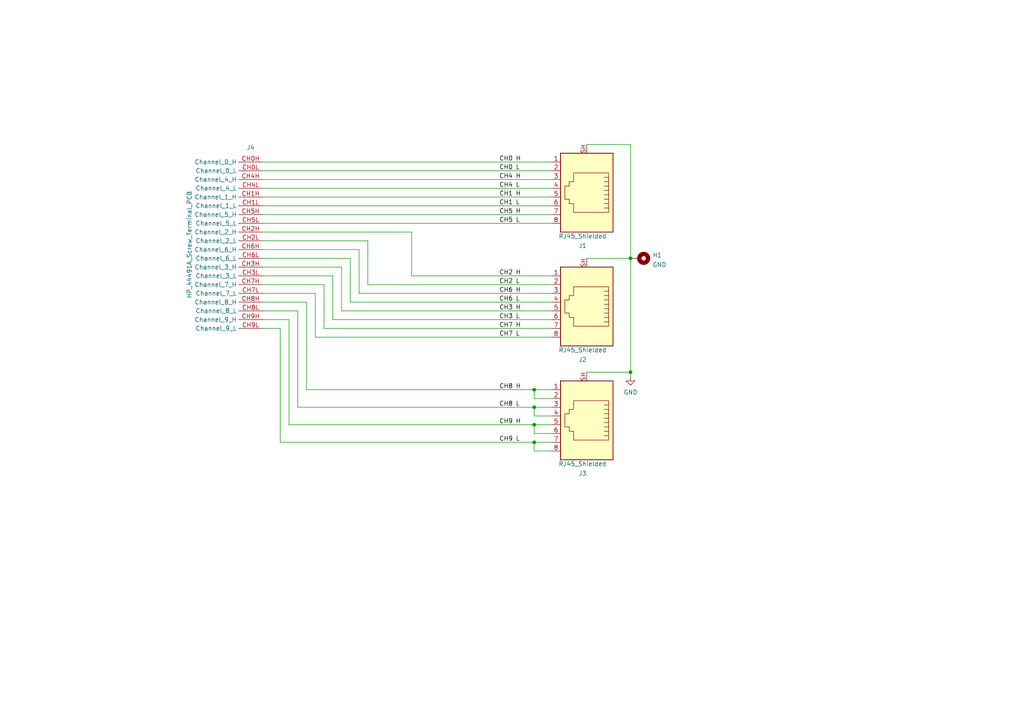
<source format=kicad_sch>
(kicad_sch (version 20210621) (generator eeschema)

  (uuid d0235c09-823b-40df-8b5b-ae578beef984)

  (paper "A4")

  (lib_symbols
    (symbol "Connector:RJ45_Shielded" (pin_names (offset 1.016)) (in_bom yes) (on_board yes)
      (property "Reference" "J" (id 0) (at -5.08 13.97 0)
        (effects (font (size 1.27 1.27)) (justify right))
      )
      (property "Value" "RJ45_Shielded" (id 1) (at 2.54 13.97 0)
        (effects (font (size 1.27 1.27)) (justify left))
      )
      (property "Footprint" "" (id 2) (at 0 0.635 90)
        (effects (font (size 1.27 1.27)) hide)
      )
      (property "Datasheet" "~" (id 3) (at 0 0.635 90)
        (effects (font (size 1.27 1.27)) hide)
      )
      (property "ki_keywords" "8P8C RJ female connector" (id 4) (at 0 0 0)
        (effects (font (size 1.27 1.27)) hide)
      )
      (property "ki_description" "RJ connector, 8P8C (8 positions 8 connected), Shielded" (id 5) (at 0 0 0)
        (effects (font (size 1.27 1.27)) hide)
      )
      (property "ki_fp_filters" "8P8C* RJ31* RJ32* RJ33* RJ34* RJ35* RJ41* RJ45* RJ49* RJ61*" (id 6) (at 0 0 0)
        (effects (font (size 1.27 1.27)) hide)
      )
      (symbol "RJ45_Shielded_0_1"
        (polyline
          (pts
            (xy -5.08 4.445)
            (xy -6.35 4.445)
          )
          (stroke (width 0) (type default) (color 0 0 0 0))
          (fill (type none))
        )
        (polyline
          (pts
            (xy -5.08 5.715)
            (xy -6.35 5.715)
          )
          (stroke (width 0) (type default) (color 0 0 0 0))
          (fill (type none))
        )
        (polyline
          (pts
            (xy -6.35 -3.175)
            (xy -5.08 -3.175)
            (xy -5.08 -3.175)
          )
          (stroke (width 0) (type default) (color 0 0 0 0))
          (fill (type none))
        )
        (polyline
          (pts
            (xy -6.35 -1.905)
            (xy -5.08 -1.905)
            (xy -5.08 -1.905)
          )
          (stroke (width 0) (type default) (color 0 0 0 0))
          (fill (type none))
        )
        (polyline
          (pts
            (xy -6.35 -0.635)
            (xy -5.08 -0.635)
            (xy -5.08 -0.635)
          )
          (stroke (width 0) (type default) (color 0 0 0 0))
          (fill (type none))
        )
        (polyline
          (pts
            (xy -6.35 0.635)
            (xy -5.08 0.635)
            (xy -5.08 0.635)
          )
          (stroke (width 0) (type default) (color 0 0 0 0))
          (fill (type none))
        )
        (polyline
          (pts
            (xy -6.35 1.905)
            (xy -5.08 1.905)
            (xy -5.08 1.905)
          )
          (stroke (width 0) (type default) (color 0 0 0 0))
          (fill (type none))
        )
        (polyline
          (pts
            (xy -5.08 3.175)
            (xy -6.35 3.175)
            (xy -6.35 3.175)
          )
          (stroke (width 0) (type default) (color 0 0 0 0))
          (fill (type none))
        )
        (polyline
          (pts
            (xy -6.35 -4.445)
            (xy -6.35 6.985)
            (xy 3.81 6.985)
            (xy 3.81 4.445)
            (xy 5.08 4.445)
            (xy 5.08 3.175)
            (xy 6.35 3.175)
            (xy 6.35 -0.635)
            (xy 5.08 -0.635)
            (xy 5.08 -1.905)
            (xy 3.81 -1.905)
            (xy 3.81 -4.445)
            (xy -6.35 -4.445)
            (xy -6.35 -4.445)
          )
          (stroke (width 0) (type default) (color 0 0 0 0))
          (fill (type none))
        )
        (rectangle (start 7.62 12.7) (end -7.62 -10.16)
          (stroke (width 0.254) (type default) (color 0 0 0 0))
          (fill (type background))
        )
      )
      (symbol "RJ45_Shielded_1_1"
        (pin passive line (at 10.16 -7.62 180) (length 2.54)
          (name "~" (effects (font (size 1.27 1.27))))
          (number "1" (effects (font (size 1.27 1.27))))
        )
        (pin passive line (at 10.16 -5.08 180) (length 2.54)
          (name "~" (effects (font (size 1.27 1.27))))
          (number "2" (effects (font (size 1.27 1.27))))
        )
        (pin passive line (at 10.16 -2.54 180) (length 2.54)
          (name "~" (effects (font (size 1.27 1.27))))
          (number "3" (effects (font (size 1.27 1.27))))
        )
        (pin passive line (at 10.16 0 180) (length 2.54)
          (name "~" (effects (font (size 1.27 1.27))))
          (number "4" (effects (font (size 1.27 1.27))))
        )
        (pin passive line (at 10.16 2.54 180) (length 2.54)
          (name "~" (effects (font (size 1.27 1.27))))
          (number "5" (effects (font (size 1.27 1.27))))
        )
        (pin passive line (at 10.16 5.08 180) (length 2.54)
          (name "~" (effects (font (size 1.27 1.27))))
          (number "6" (effects (font (size 1.27 1.27))))
        )
        (pin passive line (at 10.16 7.62 180) (length 2.54)
          (name "~" (effects (font (size 1.27 1.27))))
          (number "7" (effects (font (size 1.27 1.27))))
        )
        (pin passive line (at 10.16 10.16 180) (length 2.54)
          (name "~" (effects (font (size 1.27 1.27))))
          (number "8" (effects (font (size 1.27 1.27))))
        )
        (pin passive line (at 0 -12.7 90) (length 2.54)
          (name "~" (effects (font (size 1.27 1.27))))
          (number "SH" (effects (font (size 1.27 1.27))))
        )
      )
    )
    (symbol "David:HP_44491A_Screw_Terminal_PCB" (in_bom no) (on_board yes)
      (property "Reference" "J" (id 0) (at 0 0 90)
        (effects (font (size 1.27 1.27)))
      )
      (property "Value" "HP_44491A_Screw_Terminal_PCB" (id 1) (at -5.08 0 90)
        (effects (font (size 1.27 1.27)))
      )
      (property "Footprint" "David:44491A_screw_terminal_PCB" (id 2) (at -2.54 0 90)
        (effects (font (size 1.27 1.27)) hide)
      )
      (property "Datasheet" "" (id 3) (at 0 0 0)
        (effects (font (size 1.27 1.27)) hide)
      )
      (symbol "HP_44491A_Screw_Terminal_PCB_1_1"
        (pin input line (at 20.32 24.13 180) (length 7)
          (name "Channel_0_H" (effects (font (size 1.27 1.27))))
          (number "CH0H" (effects (font (size 1.27 1.27))))
        )
        (pin input line (at 20.32 21.59 180) (length 7)
          (name "Channel_0_L" (effects (font (size 1.27 1.27))))
          (number "CH0L" (effects (font (size 1.27 1.27))))
        )
        (pin input line (at 20.32 13.97 180) (length 7)
          (name "Channel_1_H" (effects (font (size 1.27 1.27))))
          (number "CH1H" (effects (font (size 1.27 1.27))))
        )
        (pin input line (at 20.32 11.43 180) (length 7)
          (name "Channel_1_L" (effects (font (size 1.27 1.27))))
          (number "CH1L" (effects (font (size 1.27 1.27))))
        )
        (pin input line (at 20.32 3.81 180) (length 7)
          (name "Channel_2_H" (effects (font (size 1.27 1.27))))
          (number "CH2H" (effects (font (size 1.27 1.27))))
        )
        (pin input line (at 20.32 1.27 180) (length 7)
          (name "Channel_2_L" (effects (font (size 1.27 1.27))))
          (number "CH2L" (effects (font (size 1.27 1.27))))
        )
        (pin input line (at 20.32 -6.35 180) (length 7)
          (name "Channel_3_H" (effects (font (size 1.27 1.27))))
          (number "CH3H" (effects (font (size 1.27 1.27))))
        )
        (pin input line (at 20.32 -8.89 180) (length 7)
          (name "Channel_3_L" (effects (font (size 1.27 1.27))))
          (number "CH3L" (effects (font (size 1.27 1.27))))
        )
        (pin input line (at 20.32 19.05 180) (length 7)
          (name "Channel_4_H" (effects (font (size 1.27 1.27))))
          (number "CH4H" (effects (font (size 1.27 1.27))))
        )
        (pin input line (at 20.32 16.51 180) (length 7)
          (name "Channel_4_L" (effects (font (size 1.27 1.27))))
          (number "CH4L" (effects (font (size 1.27 1.27))))
        )
        (pin input line (at 20.32 8.89 180) (length 7)
          (name "Channel_5_H" (effects (font (size 1.27 1.27))))
          (number "CH5H" (effects (font (size 1.27 1.27))))
        )
        (pin input line (at 20.32 6.35 180) (length 7)
          (name "Channel_5_L" (effects (font (size 1.27 1.27))))
          (number "CH5L" (effects (font (size 1.27 1.27))))
        )
        (pin input line (at 20.32 -1.27 180) (length 7)
          (name "Channel_6_H" (effects (font (size 1.27 1.27))))
          (number "CH6H" (effects (font (size 1.27 1.27))))
        )
        (pin input line (at 20.32 -3.81 180) (length 7)
          (name "Channel_6_L" (effects (font (size 1.27 1.27))))
          (number "CH6L" (effects (font (size 1.27 1.27))))
        )
        (pin input line (at 20.32 -11.43 180) (length 7)
          (name "Channel_7_H" (effects (font (size 1.27 1.27))))
          (number "CH7H" (effects (font (size 1.27 1.27))))
        )
        (pin input line (at 20.32 -13.97 180) (length 7)
          (name "Channel_7_L" (effects (font (size 1.27 1.27))))
          (number "CH7L" (effects (font (size 1.27 1.27))))
        )
        (pin input line (at 20.32 -16.51 180) (length 7)
          (name "Channel_8_H" (effects (font (size 1.27 1.27))))
          (number "CH8H" (effects (font (size 1.27 1.27))))
        )
        (pin input line (at 20.32 -19.05 180) (length 7)
          (name "Channel_8_L" (effects (font (size 1.27 1.27))))
          (number "CH8L" (effects (font (size 1.27 1.27))))
        )
        (pin input line (at 20.32 -21.59 180) (length 7)
          (name "Channel_9_H" (effects (font (size 1.27 1.27))))
          (number "CH9H" (effects (font (size 1.27 1.27))))
        )
        (pin input line (at 20.32 -24.13 180) (length 7)
          (name "Channel_9_L" (effects (font (size 1.27 1.27))))
          (number "CH9L" (effects (font (size 1.27 1.27))))
        )
      )
    )
    (symbol "Mechanical:MountingHole_Pad" (pin_numbers hide) (pin_names (offset 1.016) hide) (in_bom yes) (on_board yes)
      (property "Reference" "H" (id 0) (at 0 6.35 0)
        (effects (font (size 1.27 1.27)))
      )
      (property "Value" "MountingHole_Pad" (id 1) (at 0 4.445 0)
        (effects (font (size 1.27 1.27)))
      )
      (property "Footprint" "" (id 2) (at 0 0 0)
        (effects (font (size 1.27 1.27)) hide)
      )
      (property "Datasheet" "~" (id 3) (at 0 0 0)
        (effects (font (size 1.27 1.27)) hide)
      )
      (property "ki_keywords" "mounting hole" (id 4) (at 0 0 0)
        (effects (font (size 1.27 1.27)) hide)
      )
      (property "ki_description" "Mounting Hole with connection" (id 5) (at 0 0 0)
        (effects (font (size 1.27 1.27)) hide)
      )
      (property "ki_fp_filters" "MountingHole*Pad*" (id 6) (at 0 0 0)
        (effects (font (size 1.27 1.27)) hide)
      )
      (symbol "MountingHole_Pad_0_1"
        (circle (center 0 1.27) (radius 1.27) (stroke (width 1.27))           (stroke (width 1.27) (type default) (color 0 0 0 0))
          (fill (type none))
        )
      )
      (symbol "MountingHole_Pad_1_1"
        (pin input line (at 0 -2.54 90) (length 2.54)
          (name "1" (effects (font (size 1.27 1.27))))
          (number "1" (effects (font (size 1.27 1.27))))
        )
      )
    )
    (symbol "power:GND" (power) (pin_names (offset 0)) (in_bom yes) (on_board yes)
      (property "Reference" "#PWR" (id 0) (at 0 -6.35 0)
        (effects (font (size 1.27 1.27)) hide)
      )
      (property "Value" "GND" (id 1) (at 0 -3.81 0)
        (effects (font (size 1.27 1.27)))
      )
      (property "Footprint" "" (id 2) (at 0 0 0)
        (effects (font (size 1.27 1.27)) hide)
      )
      (property "Datasheet" "" (id 3) (at 0 0 0)
        (effects (font (size 1.27 1.27)) hide)
      )
      (property "ki_keywords" "power-flag" (id 4) (at 0 0 0)
        (effects (font (size 1.27 1.27)) hide)
      )
      (property "ki_description" "Power symbol creates a global label with name \"GND\" , ground" (id 5) (at 0 0 0)
        (effects (font (size 1.27 1.27)) hide)
      )
      (symbol "GND_0_1"
        (polyline
          (pts
            (xy 0 0)
            (xy 0 -1.27)
            (xy 1.27 -1.27)
            (xy 0 -2.54)
            (xy -1.27 -1.27)
            (xy 0 -1.27)
          )
          (stroke (width 0) (type default) (color 0 0 0 0))
          (fill (type none))
        )
      )
      (symbol "GND_1_1"
        (pin power_in line (at 0 0 270) (length 0) hide
          (name "GND" (effects (font (size 1.27 1.27))))
          (number "1" (effects (font (size 1.27 1.27))))
        )
      )
    )
  )

  (junction (at 154.94 113.03) (diameter 0) (color 0 0 0 0))
  (junction (at 154.94 118.11) (diameter 0) (color 0 0 0 0))
  (junction (at 154.94 123.19) (diameter 0) (color 0 0 0 0))
  (junction (at 154.94 128.27) (diameter 0) (color 0 0 0 0))
  (junction (at 182.88 74.93) (diameter 0) (color 0 0 0 0))
  (junction (at 182.88 107.95) (diameter 0) (color 0 0 0 0))

  (wire (pts (xy 76.2 46.99) (xy 160.02 46.99))
    (stroke (width 0) (type default) (color 0 0 0 0))
    (uuid d88a7788-79f0-4a02-b736-6769f9c2ec10)
  )
  (wire (pts (xy 76.2 49.53) (xy 160.02 49.53))
    (stroke (width 0) (type default) (color 0 0 0 0))
    (uuid d924c484-baef-4943-81ea-61de0acb6f14)
  )
  (wire (pts (xy 76.2 52.07) (xy 160.02 52.07))
    (stroke (width 0) (type default) (color 0 0 0 0))
    (uuid d0258440-f6a9-46a7-8f42-3b689eec1c05)
  )
  (wire (pts (xy 76.2 54.61) (xy 160.02 54.61))
    (stroke (width 0) (type default) (color 0 0 0 0))
    (uuid 96d89857-50e4-44cb-95d3-390e30111f5b)
  )
  (wire (pts (xy 76.2 57.15) (xy 160.02 57.15))
    (stroke (width 0) (type default) (color 0 0 0 0))
    (uuid 08f49e3d-0aa4-455d-b098-6daabf30779f)
  )
  (wire (pts (xy 76.2 59.69) (xy 160.02 59.69))
    (stroke (width 0) (type default) (color 0 0 0 0))
    (uuid a0e910fd-14b8-4e46-9b32-1b44fdadaff3)
  )
  (wire (pts (xy 76.2 62.23) (xy 160.02 62.23))
    (stroke (width 0) (type default) (color 0 0 0 0))
    (uuid e58922d2-656c-49dd-8d2a-d83ec70665a7)
  )
  (wire (pts (xy 76.2 64.77) (xy 160.02 64.77))
    (stroke (width 0) (type default) (color 0 0 0 0))
    (uuid 70b197d2-8ee9-4a4d-b774-fa8698ff4539)
  )
  (wire (pts (xy 76.2 90.17) (xy 86.36 90.17))
    (stroke (width 0) (type default) (color 0 0 0 0))
    (uuid f997f9a5-b863-4a3d-9800-cc6936f48a2f)
  )
  (wire (pts (xy 76.2 95.25) (xy 81.28 95.25))
    (stroke (width 0) (type default) (color 0 0 0 0))
    (uuid 93c2195f-f3fe-4452-92b1-16ecb9fc77a2)
  )
  (wire (pts (xy 81.28 95.25) (xy 81.28 128.27))
    (stroke (width 0) (type default) (color 0 0 0 0))
    (uuid 93c2195f-f3fe-4452-92b1-16ecb9fc77a2)
  )
  (wire (pts (xy 81.28 128.27) (xy 154.94 128.27))
    (stroke (width 0) (type default) (color 0 0 0 0))
    (uuid cfeefe5d-47b7-4064-a62c-db03f31b828a)
  )
  (wire (pts (xy 83.82 92.71) (xy 76.2 92.71))
    (stroke (width 0) (type default) (color 0 0 0 0))
    (uuid 70049852-bdfb-44c7-8902-bd87d7e362f3)
  )
  (wire (pts (xy 83.82 123.19) (xy 83.82 92.71))
    (stroke (width 0) (type default) (color 0 0 0 0))
    (uuid 70049852-bdfb-44c7-8902-bd87d7e362f3)
  )
  (wire (pts (xy 83.82 123.19) (xy 154.94 123.19))
    (stroke (width 0) (type default) (color 0 0 0 0))
    (uuid 15644004-8435-4fdb-a0f0-e6da061f5eb0)
  )
  (wire (pts (xy 86.36 90.17) (xy 86.36 118.11))
    (stroke (width 0) (type default) (color 0 0 0 0))
    (uuid f997f9a5-b863-4a3d-9800-cc6936f48a2f)
  )
  (wire (pts (xy 86.36 118.11) (xy 154.94 118.11))
    (stroke (width 0) (type default) (color 0 0 0 0))
    (uuid e72547d4-e974-4f9d-8aef-8867df3424e0)
  )
  (wire (pts (xy 88.9 87.63) (xy 76.2 87.63))
    (stroke (width 0) (type default) (color 0 0 0 0))
    (uuid e29737c2-817c-465c-96b9-d63abe8c5221)
  )
  (wire (pts (xy 88.9 113.03) (xy 88.9 87.63))
    (stroke (width 0) (type default) (color 0 0 0 0))
    (uuid e29737c2-817c-465c-96b9-d63abe8c5221)
  )
  (wire (pts (xy 88.9 113.03) (xy 154.94 113.03))
    (stroke (width 0) (type default) (color 0 0 0 0))
    (uuid 4c743e46-568a-4082-a6f4-d1009efae21b)
  )
  (wire (pts (xy 91.44 85.09) (xy 76.2 85.09))
    (stroke (width 0) (type default) (color 0 0 0 0))
    (uuid 6cd70f50-1bc5-47a0-b814-3fe95dd2e921)
  )
  (wire (pts (xy 91.44 97.79) (xy 91.44 85.09))
    (stroke (width 0) (type default) (color 0 0 0 0))
    (uuid 6cd70f50-1bc5-47a0-b814-3fe95dd2e921)
  )
  (wire (pts (xy 91.44 97.79) (xy 160.02 97.79))
    (stroke (width 0) (type default) (color 0 0 0 0))
    (uuid f8d1e3af-7599-456a-8066-dd2422fadab3)
  )
  (wire (pts (xy 93.98 82.55) (xy 76.2 82.55))
    (stroke (width 0) (type default) (color 0 0 0 0))
    (uuid 142c1454-2225-4666-b4ec-72e28fab5f2c)
  )
  (wire (pts (xy 93.98 95.25) (xy 93.98 82.55))
    (stroke (width 0) (type default) (color 0 0 0 0))
    (uuid 142c1454-2225-4666-b4ec-72e28fab5f2c)
  )
  (wire (pts (xy 93.98 95.25) (xy 160.02 95.25))
    (stroke (width 0) (type default) (color 0 0 0 0))
    (uuid 6123bcab-ca70-4d87-878e-c7b93f71f57c)
  )
  (wire (pts (xy 96.52 80.01) (xy 76.2 80.01))
    (stroke (width 0) (type default) (color 0 0 0 0))
    (uuid 35f91cb4-8280-4128-9867-88f8294217f0)
  )
  (wire (pts (xy 96.52 92.71) (xy 96.52 80.01))
    (stroke (width 0) (type default) (color 0 0 0 0))
    (uuid 35f91cb4-8280-4128-9867-88f8294217f0)
  )
  (wire (pts (xy 96.52 92.71) (xy 160.02 92.71))
    (stroke (width 0) (type default) (color 0 0 0 0))
    (uuid 54c4f24b-f843-4a14-9098-f12c208f58b8)
  )
  (wire (pts (xy 99.06 77.47) (xy 76.2 77.47))
    (stroke (width 0) (type default) (color 0 0 0 0))
    (uuid 4a06db3c-7194-4ef7-8dee-c482cae423c1)
  )
  (wire (pts (xy 99.06 90.17) (xy 99.06 77.47))
    (stroke (width 0) (type default) (color 0 0 0 0))
    (uuid 4a06db3c-7194-4ef7-8dee-c482cae423c1)
  )
  (wire (pts (xy 99.06 90.17) (xy 160.02 90.17))
    (stroke (width 0) (type default) (color 0 0 0 0))
    (uuid 43935bbc-10d2-4449-a033-d44b7ef1774e)
  )
  (wire (pts (xy 101.6 74.93) (xy 76.2 74.93))
    (stroke (width 0) (type default) (color 0 0 0 0))
    (uuid 96301032-a699-4c22-8503-e4e3ae2b8759)
  )
  (wire (pts (xy 101.6 87.63) (xy 101.6 74.93))
    (stroke (width 0) (type default) (color 0 0 0 0))
    (uuid 96301032-a699-4c22-8503-e4e3ae2b8759)
  )
  (wire (pts (xy 101.6 87.63) (xy 160.02 87.63))
    (stroke (width 0) (type default) (color 0 0 0 0))
    (uuid cbc48934-3aee-4124-852d-f8ad75057a93)
  )
  (wire (pts (xy 104.14 72.39) (xy 76.2 72.39))
    (stroke (width 0) (type default) (color 0 0 0 0))
    (uuid 6db8e1eb-5ee6-45a6-8c22-0d84f23a5a0a)
  )
  (wire (pts (xy 104.14 85.09) (xy 104.14 72.39))
    (stroke (width 0) (type default) (color 0 0 0 0))
    (uuid 6db8e1eb-5ee6-45a6-8c22-0d84f23a5a0a)
  )
  (wire (pts (xy 104.14 85.09) (xy 160.02 85.09))
    (stroke (width 0) (type default) (color 0 0 0 0))
    (uuid 6db8e1eb-5ee6-45a6-8c22-0d84f23a5a0a)
  )
  (wire (pts (xy 106.68 69.85) (xy 76.2 69.85))
    (stroke (width 0) (type default) (color 0 0 0 0))
    (uuid bee13b66-b08b-4352-93cd-6e07285a4459)
  )
  (wire (pts (xy 106.68 82.55) (xy 106.68 69.85))
    (stroke (width 0) (type default) (color 0 0 0 0))
    (uuid bee13b66-b08b-4352-93cd-6e07285a4459)
  )
  (wire (pts (xy 106.68 82.55) (xy 160.02 82.55))
    (stroke (width 0) (type default) (color 0 0 0 0))
    (uuid 6fa8f58e-8349-4f33-a04c-119b078b70b5)
  )
  (wire (pts (xy 119.38 67.31) (xy 76.2 67.31))
    (stroke (width 0) (type default) (color 0 0 0 0))
    (uuid 70497050-fb1d-4b7c-9faa-1acf46148a44)
  )
  (wire (pts (xy 119.38 80.01) (xy 119.38 67.31))
    (stroke (width 0) (type default) (color 0 0 0 0))
    (uuid 70497050-fb1d-4b7c-9faa-1acf46148a44)
  )
  (wire (pts (xy 119.38 80.01) (xy 160.02 80.01))
    (stroke (width 0) (type default) (color 0 0 0 0))
    (uuid 346b69f4-e6d3-47a4-9fc8-2942a5f4729d)
  )
  (wire (pts (xy 154.94 113.03) (xy 154.94 115.57))
    (stroke (width 0) (type default) (color 0 0 0 0))
    (uuid 1055d992-0ebe-4057-bbe8-0645b7868c5c)
  )
  (wire (pts (xy 154.94 113.03) (xy 160.02 113.03))
    (stroke (width 0) (type default) (color 0 0 0 0))
    (uuid 4c743e46-568a-4082-a6f4-d1009efae21b)
  )
  (wire (pts (xy 154.94 115.57) (xy 160.02 115.57))
    (stroke (width 0) (type default) (color 0 0 0 0))
    (uuid d4ac8111-bd79-4d73-953e-aeab19dc417c)
  )
  (wire (pts (xy 154.94 118.11) (xy 154.94 120.65))
    (stroke (width 0) (type default) (color 0 0 0 0))
    (uuid 4b48f8e5-7723-41bb-8b77-304fdeaf32bf)
  )
  (wire (pts (xy 154.94 118.11) (xy 160.02 118.11))
    (stroke (width 0) (type default) (color 0 0 0 0))
    (uuid e72547d4-e974-4f9d-8aef-8867df3424e0)
  )
  (wire (pts (xy 154.94 120.65) (xy 160.02 120.65))
    (stroke (width 0) (type default) (color 0 0 0 0))
    (uuid d20c0022-20a5-44d5-8f67-760afb73a86a)
  )
  (wire (pts (xy 154.94 123.19) (xy 154.94 125.73))
    (stroke (width 0) (type default) (color 0 0 0 0))
    (uuid 2a7b94b3-47dc-4dde-abe0-5236e53faf62)
  )
  (wire (pts (xy 154.94 123.19) (xy 160.02 123.19))
    (stroke (width 0) (type default) (color 0 0 0 0))
    (uuid 15644004-8435-4fdb-a0f0-e6da061f5eb0)
  )
  (wire (pts (xy 154.94 125.73) (xy 160.02 125.73))
    (stroke (width 0) (type default) (color 0 0 0 0))
    (uuid 19a66ce1-af48-4619-b9e6-2a0546cffbed)
  )
  (wire (pts (xy 154.94 128.27) (xy 154.94 130.81))
    (stroke (width 0) (type default) (color 0 0 0 0))
    (uuid de887af5-be93-4400-b668-ffa339dd73c7)
  )
  (wire (pts (xy 154.94 128.27) (xy 160.02 128.27))
    (stroke (width 0) (type default) (color 0 0 0 0))
    (uuid cfeefe5d-47b7-4064-a62c-db03f31b828a)
  )
  (wire (pts (xy 154.94 130.81) (xy 160.02 130.81))
    (stroke (width 0) (type default) (color 0 0 0 0))
    (uuid 47dd6371-595e-46f1-a3a3-3b7d4e1a950c)
  )
  (wire (pts (xy 170.18 107.95) (xy 182.88 107.95))
    (stroke (width 0) (type default) (color 0 0 0 0))
    (uuid ceb03a91-8154-4e0d-8b0b-95eb455ad575)
  )
  (wire (pts (xy 182.88 41.91) (xy 170.18 41.91))
    (stroke (width 0) (type default) (color 0 0 0 0))
    (uuid f1bd2bb0-b147-413c-8812-218f83319613)
  )
  (wire (pts (xy 182.88 74.93) (xy 170.18 74.93))
    (stroke (width 0) (type default) (color 0 0 0 0))
    (uuid ceb03a91-8154-4e0d-8b0b-95eb455ad575)
  )
  (wire (pts (xy 182.88 74.93) (xy 182.88 41.91))
    (stroke (width 0) (type default) (color 0 0 0 0))
    (uuid f1bd2bb0-b147-413c-8812-218f83319613)
  )
  (wire (pts (xy 182.88 107.95) (xy 182.88 74.93))
    (stroke (width 0) (type default) (color 0 0 0 0))
    (uuid ceb03a91-8154-4e0d-8b0b-95eb455ad575)
  )
  (wire (pts (xy 182.88 107.95) (xy 182.88 109.22))
    (stroke (width 0) (type default) (color 0 0 0 0))
    (uuid 265222f3-0660-4e79-8c27-1fc63556a4a8)
  )

  (label "CH0 H" (at 144.78 46.99 0)
    (effects (font (size 1.27 1.27)) (justify left bottom))
    (uuid 6d0d4831-ebc1-48eb-9fa1-6c891154bcb5)
  )
  (label "CH0 L" (at 144.78 49.53 0)
    (effects (font (size 1.27 1.27)) (justify left bottom))
    (uuid cd1c5573-7f1f-4289-aa89-dc8bf1b05b11)
  )
  (label "CH4 H" (at 144.78 52.07 0)
    (effects (font (size 1.27 1.27)) (justify left bottom))
    (uuid 38dfec3f-95b3-4ddf-8326-3305084aa93d)
  )
  (label "CH4 L" (at 144.78 54.61 0)
    (effects (font (size 1.27 1.27)) (justify left bottom))
    (uuid e960e561-370b-4459-88b9-475309fd1b5b)
  )
  (label "CH1 H" (at 144.78 57.15 0)
    (effects (font (size 1.27 1.27)) (justify left bottom))
    (uuid ddb655fb-39dd-49ef-a0c1-eb0e6ac612e1)
  )
  (label "CH1 L" (at 144.78 59.69 0)
    (effects (font (size 1.27 1.27)) (justify left bottom))
    (uuid 6560cff1-5d79-443f-9f5e-4d3bfb5b8448)
  )
  (label "CH5 H" (at 144.78 62.23 0)
    (effects (font (size 1.27 1.27)) (justify left bottom))
    (uuid 828ccc54-22e9-47df-b9b7-2d9f29b6abd4)
  )
  (label "CH5 L" (at 144.78 64.77 0)
    (effects (font (size 1.27 1.27)) (justify left bottom))
    (uuid 3688daba-ab63-4cd1-8064-95ef8767a268)
  )
  (label "CH2 H" (at 144.78 80.01 0)
    (effects (font (size 1.27 1.27)) (justify left bottom))
    (uuid 26c4123e-317a-465d-882a-e1e4834c55ff)
  )
  (label "CH2 L" (at 144.78 82.55 0)
    (effects (font (size 1.27 1.27)) (justify left bottom))
    (uuid 11051e42-77b6-4b8a-8aa7-11e0b272f364)
  )
  (label "CH6 H" (at 144.78 85.09 0)
    (effects (font (size 1.27 1.27)) (justify left bottom))
    (uuid 55bf4657-64f1-46fa-8eac-be3392634e53)
  )
  (label "CH6 L" (at 144.78 87.63 0)
    (effects (font (size 1.27 1.27)) (justify left bottom))
    (uuid 1d50abf4-750a-481a-b798-89da690f485b)
  )
  (label "CH3 H" (at 144.78 90.17 0)
    (effects (font (size 1.27 1.27)) (justify left bottom))
    (uuid fc8df7d0-c26e-49d8-94e0-1c0417b0def3)
  )
  (label "CH3 L" (at 144.78 92.71 0)
    (effects (font (size 1.27 1.27)) (justify left bottom))
    (uuid 6ea0aa3e-977b-4072-96a1-7653705ffc17)
  )
  (label "CH7 H" (at 144.78 95.25 0)
    (effects (font (size 1.27 1.27)) (justify left bottom))
    (uuid 9da6e7d7-d035-47e8-ba4d-bd17562b6954)
  )
  (label "CH7 L" (at 144.78 97.79 0)
    (effects (font (size 1.27 1.27)) (justify left bottom))
    (uuid e8f0df21-f818-4b66-af59-5cabae97595e)
  )
  (label "CH8 H" (at 144.78 113.03 0)
    (effects (font (size 1.27 1.27)) (justify left bottom))
    (uuid d26e18db-cff5-4e56-8b29-cc7cdfbcc701)
  )
  (label "CH8 L" (at 144.78 118.11 0)
    (effects (font (size 1.27 1.27)) (justify left bottom))
    (uuid 13913505-f578-4f58-a414-1cfcab207677)
  )
  (label "CH9 H" (at 144.78 123.19 0)
    (effects (font (size 1.27 1.27)) (justify left bottom))
    (uuid 4435707b-293c-494b-86f4-7c577ba1f1aa)
  )
  (label "CH9 L" (at 144.78 128.27 0)
    (effects (font (size 1.27 1.27)) (justify left bottom))
    (uuid d1d725b5-ed8e-4757-95e7-eba0a0d344ff)
  )

  (symbol (lib_id "power:GND") (at 182.88 109.22 0) (unit 1)
    (in_bom yes) (on_board yes) (fields_autoplaced)
    (uuid 208f4c8b-7282-4280-937f-a1d14f441263)
    (property "Reference" "#PWR0101" (id 0) (at 182.88 115.57 0)
      (effects (font (size 1.27 1.27)) hide)
    )
    (property "Value" "GND" (id 1) (at 182.88 113.7824 0))
    (property "Footprint" "" (id 2) (at 182.88 109.22 0)
      (effects (font (size 1.27 1.27)) hide)
    )
    (property "Datasheet" "" (id 3) (at 182.88 109.22 0)
      (effects (font (size 1.27 1.27)) hide)
    )
    (pin "1" (uuid 5b7eac76-c591-4c50-8423-93e894672c66))
  )

  (symbol (lib_id "Mechanical:MountingHole_Pad") (at 185.42 74.93 270) (unit 1)
    (in_bom yes) (on_board yes) (fields_autoplaced)
    (uuid 3d0e5729-d669-43cd-bfa5-3b64762f9288)
    (property "Reference" "H1" (id 0) (at 189.23 74.0215 90)
      (effects (font (size 1.27 1.27)) (justify left))
    )
    (property "Value" "GND" (id 1) (at 189.23 76.7966 90)
      (effects (font (size 1.27 1.27)) (justify left))
    )
    (property "Footprint" "MountingHole:MountingHole_6.4mm_M6_Pad_Via" (id 2) (at 185.42 74.93 0)
      (effects (font (size 1.27 1.27)) hide)
    )
    (property "Datasheet" "~" (id 3) (at 185.42 74.93 0)
      (effects (font (size 1.27 1.27)) hide)
    )
    (pin "1" (uuid 468db674-bed1-4dfe-b451-7e474610fdc8))
  )

  (symbol (lib_id "David:HP_44491A_Screw_Terminal_PCB") (at 55.88 71.12 0) (unit 1)
    (in_bom no) (on_board yes)
    (uuid 7d86c20f-d213-43c6-8951-f182538fce73)
    (property "Reference" "J4" (id 0) (at 72.7 42.7694 0))
    (property "Value" "HP_44491A_Screw_Terminal_PCB" (id 1) (at 54.92 70.9445 90))
    (property "Footprint" "David:44491A_screw_terminal_PCB" (id 2) (at 53.34 71.12 90)
      (effects (font (size 1.27 1.27)) hide)
    )
    (property "Datasheet" "" (id 3) (at 55.88 71.12 0)
      (effects (font (size 1.27 1.27)) hide)
    )
    (pin "CH0H" (uuid ea320f38-a9c4-4053-a07a-f43cb4ed5ed3))
    (pin "CH0L" (uuid 82710eca-e892-4580-86fb-86b75b0fb6d7))
    (pin "CH1H" (uuid a732d2bd-3f98-4428-9d49-ce50d08e1f33))
    (pin "CH1L" (uuid 112460d3-62d4-4afd-9ede-8a7efb1d121a))
    (pin "CH2H" (uuid 904f7d40-1d2e-4d6f-8291-a91119bbdb9e))
    (pin "CH2L" (uuid 775956cd-73f0-4fd0-8837-297fc8bebe85))
    (pin "CH3H" (uuid c39447c8-60a5-4742-8ef1-146ae64c9970))
    (pin "CH3L" (uuid 625d2155-9417-4f05-baa7-3e085331f511))
    (pin "CH4H" (uuid 03eb2259-343e-4e9a-a7e6-0457f5d92692))
    (pin "CH4L" (uuid 101c3d84-d5cf-4c7e-8882-d7a63c30a6b2))
    (pin "CH5H" (uuid 5d751473-2c1e-4f2e-ab4f-46db5be8f266))
    (pin "CH5L" (uuid af0e425d-7818-471a-aa31-683730bb9f4c))
    (pin "CH6H" (uuid 8aa041db-3dce-4e9e-958b-d5e17a26c9b4))
    (pin "CH6L" (uuid ccbf6851-da3a-4318-99c6-5ad261973567))
    (pin "CH7H" (uuid 5a0d0dec-14ee-4c2a-88b9-474e68c49d0b))
    (pin "CH7L" (uuid 0a7762c6-58fa-4b07-bd03-77f11d9d537c))
    (pin "CH8H" (uuid a81c0dff-6c1d-419e-a41b-8eb74c88777f))
    (pin "CH8L" (uuid d4b6ed56-599d-4679-a2db-94af38be2617))
    (pin "CH9H" (uuid ff443e07-a92f-4416-b648-2bf132069dc7))
    (pin "CH9L" (uuid 5a3b5afc-cd2f-4aab-9aa8-96ca14c86657))
  )

  (symbol (lib_id "Connector:RJ45_Shielded") (at 170.18 54.61 180) (unit 1)
    (in_bom yes) (on_board yes) (fields_autoplaced)
    (uuid ef3c0c97-e312-4bfd-9caf-09a5e867a6ab)
    (property "Reference" "J1" (id 0) (at 168.9735 71.2766 0))
    (property "Value" "RJ45_Shielded" (id 1) (at 168.9735 68.5015 0))
    (property "Footprint" "Connector_RJ:RJ45_OST_PJ012-8P8CX_Vertical_SH" (id 2) (at 170.18 55.245 90)
      (effects (font (size 1.27 1.27)) hide)
    )
    (property "Datasheet" "~" (id 3) (at 170.18 55.245 90)
      (effects (font (size 1.27 1.27)) hide)
    )
    (pin "1" (uuid 26638b79-3ec6-4518-a9f3-7b5f410a5a08))
    (pin "2" (uuid b5fe6558-c747-40ce-82a9-5ec801f30257))
    (pin "3" (uuid 9e0b901f-1d42-4286-a4aa-00e5b9d29fa8))
    (pin "4" (uuid 8fc57cd9-a577-40f6-aaeb-ccf4128d9787))
    (pin "5" (uuid 20025dd4-ff6e-4002-baac-3ff62ec111c9))
    (pin "6" (uuid c49c3d0c-7245-42a5-b9c3-216d2fda412f))
    (pin "7" (uuid caa128a8-cb40-49ca-a812-ec01953451e7))
    (pin "8" (uuid b3fc54af-fc8d-4ae6-a8f3-9654fc402108))
    (pin "SH" (uuid e8a2f4a5-aa3d-4e32-a159-92396d00681d))
  )

  (symbol (lib_id "Connector:RJ45_Shielded") (at 170.18 87.63 180) (unit 1)
    (in_bom yes) (on_board yes) (fields_autoplaced)
    (uuid e4df51e4-29a6-41a7-99d2-0617b3b769eb)
    (property "Reference" "J2" (id 0) (at 168.9735 104.2966 0))
    (property "Value" "RJ45_Shielded" (id 1) (at 168.9735 101.5215 0))
    (property "Footprint" "Connector_RJ:RJ45_OST_PJ012-8P8CX_Vertical_SH" (id 2) (at 170.18 88.265 90)
      (effects (font (size 1.27 1.27)) hide)
    )
    (property "Datasheet" "~" (id 3) (at 170.18 88.265 90)
      (effects (font (size 1.27 1.27)) hide)
    )
    (pin "1" (uuid 1db7319a-d544-4103-a715-396aea0b2ba5))
    (pin "2" (uuid c9a3abaa-ba75-42a5-afe0-9a1e5070620a))
    (pin "3" (uuid b01f1a59-8ea6-4179-b0af-e76869cdb4ff))
    (pin "4" (uuid d0816303-fc65-4e42-a41c-70e844a6f6b8))
    (pin "5" (uuid cc5adfda-d9f2-4f18-8fa5-903c5ef8a1e9))
    (pin "6" (uuid f726098f-0bc4-47a0-847b-291db4b41ae4))
    (pin "7" (uuid 23f76a4b-ed5c-4d3f-83ec-f6dd4b8d8f0c))
    (pin "8" (uuid f5bbbdbf-9b0b-4316-a068-26557fbda6c5))
    (pin "SH" (uuid fc0a708f-1ff1-40d1-a8d2-3a52d2ecffaf))
  )

  (symbol (lib_id "Connector:RJ45_Shielded") (at 170.18 120.65 180) (unit 1)
    (in_bom yes) (on_board yes) (fields_autoplaced)
    (uuid c12a781b-ee10-4fe0-9cdc-35d8376c0593)
    (property "Reference" "J3" (id 0) (at 168.9735 137.3166 0))
    (property "Value" "RJ45_Shielded" (id 1) (at 168.9735 134.5415 0))
    (property "Footprint" "Connector_RJ:RJ45_OST_PJ012-8P8CX_Vertical_SH" (id 2) (at 170.18 121.285 90)
      (effects (font (size 1.27 1.27)) hide)
    )
    (property "Datasheet" "~" (id 3) (at 170.18 121.285 90)
      (effects (font (size 1.27 1.27)) hide)
    )
    (pin "1" (uuid ab3eb1b4-43ec-400a-bb85-204593d20502))
    (pin "2" (uuid 1b4d0989-a4ff-41f9-89bf-65583a0f548d))
    (pin "3" (uuid b91cafd5-89bd-4daa-b280-1a27b8475650))
    (pin "4" (uuid 0595d695-3384-4819-830a-9c13d8cb10a7))
    (pin "5" (uuid cba619ad-cfe4-4061-9f13-b8e552284c03))
    (pin "6" (uuid 8b38b844-9e30-4db7-96ed-966220a5dc4c))
    (pin "7" (uuid 17ee657f-104c-4e1f-b26f-b166c8887d24))
    (pin "8" (uuid 16401f9d-2f52-495e-8dc0-1917277cf1a5))
    (pin "SH" (uuid 749a9414-1cf6-40c4-ac47-e9b9ed16430e))
  )

  (sheet_instances
    (path "/" (page "1"))
  )

  (symbol_instances
    (path "/208f4c8b-7282-4280-937f-a1d14f441263"
      (reference "#PWR0101") (unit 1) (value "GND") (footprint "")
    )
    (path "/3d0e5729-d669-43cd-bfa5-3b64762f9288"
      (reference "H1") (unit 1) (value "GND") (footprint "MountingHole:MountingHole_6.4mm_M6_Pad_Via")
    )
    (path "/ef3c0c97-e312-4bfd-9caf-09a5e867a6ab"
      (reference "J1") (unit 1) (value "RJ45_Shielded") (footprint "Connector_RJ:RJ45_OST_PJ012-8P8CX_Vertical_SH")
    )
    (path "/e4df51e4-29a6-41a7-99d2-0617b3b769eb"
      (reference "J2") (unit 1) (value "RJ45_Shielded") (footprint "Connector_RJ:RJ45_OST_PJ012-8P8CX_Vertical_SH")
    )
    (path "/c12a781b-ee10-4fe0-9cdc-35d8376c0593"
      (reference "J3") (unit 1) (value "RJ45_Shielded") (footprint "Connector_RJ:RJ45_OST_PJ012-8P8CX_Vertical_SH")
    )
    (path "/7d86c20f-d213-43c6-8951-f182538fce73"
      (reference "J4") (unit 1) (value "HP_44491A_Screw_Terminal_PCB") (footprint "David:44491A_screw_terminal_PCB")
    )
  )
)

</source>
